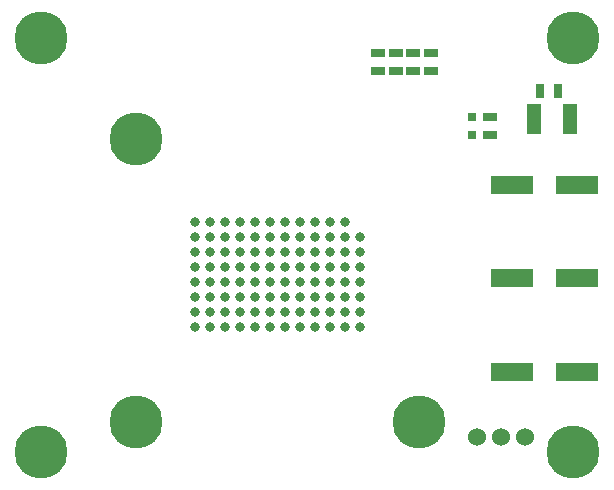
<source format=gts>
%FSLAX46Y46*%
G04 Gerber Fmt 4.6, Leading zero omitted, Abs format (unit mm)*
G04 Created by KiCad (PCBNEW (2014-07-08 BZR 4987)-product) date Sun 20 Jul 2014 10:52:27 PM CEST*
%MOMM*%
G01*
G04 APERTURE LIST*
%ADD10C,0.100000*%
%ADD11C,0.800000*%
%ADD12R,1.270000X2.540000*%
%ADD13R,1.143000X0.635000*%
%ADD14R,3.599180X1.600200*%
%ADD15R,0.635000X1.143000*%
%ADD16C,1.524000*%
%ADD17R,0.797560X0.797560*%
%ADD18C,4.500000*%
G04 APERTURE END LIST*
D10*
D11*
X137795000Y-112395000D03*
X136525000Y-112395000D03*
X135255000Y-112395000D03*
X133985000Y-112395000D03*
X132715000Y-112395000D03*
X131445000Y-112395000D03*
X130175000Y-112395000D03*
X128905000Y-112395000D03*
X127635000Y-112395000D03*
X126365000Y-112395000D03*
X125095000Y-112395000D03*
X123825000Y-112395000D03*
X123825000Y-111125000D03*
X136525000Y-111125000D03*
X135255000Y-111125000D03*
X133985000Y-111125000D03*
X132715000Y-111125000D03*
X131445000Y-111125000D03*
X130175000Y-111125000D03*
X127635000Y-111125000D03*
X128905000Y-111125000D03*
X126365000Y-111125000D03*
X125095000Y-111125000D03*
X137795000Y-113665000D03*
X136525000Y-113665000D03*
X135255000Y-113665000D03*
X133985000Y-113665000D03*
X132715000Y-113665000D03*
X130175000Y-113665000D03*
X131445000Y-113665000D03*
X128905000Y-113665000D03*
X127635000Y-113665000D03*
X126365000Y-113665000D03*
X125095000Y-113665000D03*
X123825000Y-113665000D03*
X137795000Y-114935000D03*
X136525000Y-114935000D03*
X135255000Y-114935000D03*
X133985000Y-114935000D03*
X132715000Y-114935000D03*
X131445000Y-114935000D03*
X130175000Y-114935000D03*
X128905000Y-114935000D03*
X127635000Y-114935000D03*
X126365000Y-114935000D03*
X125095000Y-114935000D03*
X123825000Y-114935000D03*
X137795000Y-116205000D03*
X136525000Y-116205000D03*
X135255000Y-116205000D03*
X133985000Y-116205000D03*
X131445000Y-116205000D03*
X132715000Y-116205000D03*
X130175000Y-116205000D03*
X128905000Y-116205000D03*
X127635000Y-116205000D03*
X126365000Y-116205000D03*
X125095000Y-116205000D03*
X123825000Y-116205000D03*
X137795000Y-117475000D03*
X136525000Y-117475000D03*
X132715000Y-117475000D03*
X135255000Y-117475000D03*
X133985000Y-117475000D03*
X131445000Y-117475000D03*
X130175000Y-117475000D03*
X128905000Y-117475000D03*
X127635000Y-117475000D03*
X126365000Y-117475000D03*
X125095000Y-117475000D03*
X123825000Y-117475000D03*
X137795000Y-118745000D03*
X136525000Y-118745000D03*
X135255000Y-118745000D03*
X133985000Y-118745000D03*
X132715000Y-118745000D03*
X131445000Y-118745000D03*
X130175000Y-118745000D03*
X128905000Y-118745000D03*
X127635000Y-118745000D03*
X125095000Y-118745000D03*
X126365000Y-118745000D03*
X123825000Y-118745000D03*
X137795000Y-120015000D03*
X136525000Y-120015000D03*
X135255000Y-120015000D03*
X133985000Y-120015000D03*
X132715000Y-120015000D03*
X131445000Y-120015000D03*
X130175000Y-120015000D03*
X128905000Y-120015000D03*
X127635000Y-120015000D03*
X126365000Y-120015000D03*
X125095000Y-120015000D03*
X123825000Y-120015000D03*
D12*
X155575000Y-102362000D03*
X152527000Y-102362000D03*
D13*
X139310000Y-98332000D03*
X139310000Y-96808000D03*
X142310000Y-98332000D03*
X142310000Y-96808000D03*
X143810000Y-96808000D03*
X143810000Y-98332000D03*
X140810000Y-98332000D03*
X140810000Y-96808000D03*
D14*
X150665180Y-107950000D03*
X156166820Y-107950000D03*
X150665180Y-115824000D03*
X156166820Y-115824000D03*
D15*
X154589000Y-100046000D03*
X153065000Y-100046000D03*
D14*
X150665180Y-123825000D03*
X156166820Y-123825000D03*
D16*
X149733000Y-129286000D03*
X151765000Y-129286000D03*
X147701000Y-129286000D03*
D17*
X147320000Y-102247700D03*
X147320000Y-103746300D03*
D13*
X148844000Y-102235000D03*
X148844000Y-103759000D03*
D18*
X110810000Y-130570000D03*
X110810000Y-95570000D03*
X155810000Y-95570000D03*
X155810000Y-130570000D03*
X142810000Y-128078000D03*
X118810000Y-104078000D03*
X118810000Y-128078000D03*
M02*

</source>
